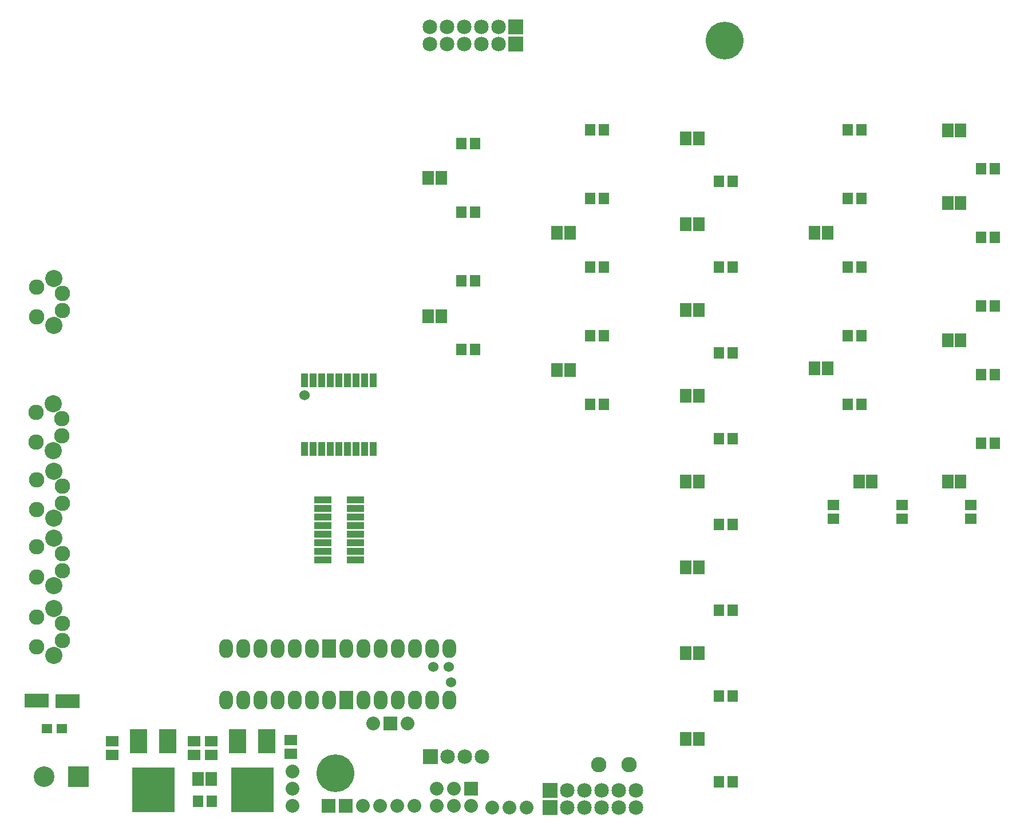
<source format=gbs>
G04 (created by PCBNEW-RS274X (2011-12-28 BZR 3254)-stable) date 7/11/2012 5:38:12 PM*
G01*
G70*
G90*
%MOIN*%
G04 Gerber Fmt 3.4, Leading zero omitted, Abs format*
%FSLAX34Y34*%
G04 APERTURE LIST*
%ADD10C,0.006000*%
%ADD11R,0.071200X0.079000*%
%ADD12R,0.060000X0.070000*%
%ADD13R,0.070000X0.060000*%
%ADD14C,0.080000*%
%ADD15R,0.080000X0.080000*%
%ADD16C,0.220000*%
%ADD17C,0.090000*%
%ADD18C,0.100000*%
%ADD19R,0.060000X0.055000*%
%ADD20R,0.042000X0.080000*%
%ADD21R,0.100000X0.044000*%
%ADD22C,0.085000*%
%ADD23R,0.085000X0.085000*%
%ADD24C,0.060000*%
%ADD25O,0.080000X0.110000*%
%ADD26R,0.080000X0.110000*%
%ADD27R,0.140000X0.084000*%
%ADD28R,0.076000X0.062000*%
%ADD29R,0.120000X0.120000*%
%ADD30C,0.120000*%
%ADD31R,0.248000X0.264000*%
%ADD32R,0.100000X0.140000*%
G04 APERTURE END LIST*
G54D10*
G54D11*
X69925Y-31750D03*
X69175Y-31750D03*
X54675Y-45000D03*
X53925Y-45000D03*
X54675Y-20000D03*
X53925Y-20000D03*
X54675Y-25000D03*
X53925Y-25000D03*
X54675Y-30000D03*
X53925Y-30000D03*
X54675Y-35000D03*
X53925Y-35000D03*
X54675Y-40000D03*
X53925Y-40000D03*
X54675Y-50000D03*
X53925Y-50000D03*
X54675Y-55000D03*
X53925Y-55000D03*
X64000Y-40000D03*
X64750Y-40000D03*
X69925Y-40000D03*
X69175Y-40000D03*
X69925Y-23750D03*
X69175Y-23750D03*
X69925Y-19525D03*
X69175Y-19525D03*
X62175Y-33400D03*
X61425Y-33400D03*
X62175Y-25500D03*
X61425Y-25500D03*
G54D12*
X55850Y-22500D03*
X56650Y-22500D03*
X64150Y-19500D03*
X63350Y-19500D03*
X71100Y-21750D03*
X71900Y-21750D03*
X71100Y-25750D03*
X71900Y-25750D03*
X71100Y-29750D03*
X71900Y-29750D03*
X71100Y-33750D03*
X71900Y-33750D03*
X71100Y-37750D03*
X71900Y-37750D03*
G54D13*
X70500Y-41350D03*
X70500Y-42150D03*
X66500Y-41350D03*
X66500Y-42150D03*
X62500Y-41350D03*
X62500Y-42150D03*
G54D12*
X55850Y-57500D03*
X56650Y-57500D03*
X55850Y-32500D03*
X56650Y-32500D03*
X55850Y-37500D03*
X56650Y-37500D03*
X48350Y-19500D03*
X49150Y-19500D03*
X55850Y-42500D03*
X56650Y-42500D03*
X55850Y-47500D03*
X56650Y-47500D03*
X55850Y-52500D03*
X56650Y-52500D03*
X55850Y-27500D03*
X56650Y-27500D03*
X63350Y-23500D03*
X64150Y-23500D03*
X63350Y-27500D03*
X64150Y-27500D03*
X63350Y-31500D03*
X64150Y-31500D03*
X63350Y-35500D03*
X64150Y-35500D03*
G54D11*
X39675Y-22300D03*
X38925Y-22300D03*
X47175Y-33500D03*
X46425Y-33500D03*
X47175Y-25500D03*
X46425Y-25500D03*
X39675Y-30350D03*
X38925Y-30350D03*
G54D12*
X40850Y-20300D03*
X41650Y-20300D03*
X40850Y-24300D03*
X41650Y-24300D03*
X40850Y-28300D03*
X41650Y-28300D03*
X40850Y-32300D03*
X41650Y-32300D03*
X48350Y-23500D03*
X49150Y-23500D03*
X48350Y-27500D03*
X49150Y-27500D03*
X48350Y-31500D03*
X49150Y-31500D03*
X48350Y-35500D03*
X49150Y-35500D03*
G54D14*
X35725Y-54100D03*
X37725Y-54100D03*
G54D15*
X36725Y-54100D03*
G54D16*
X33500Y-57000D03*
X56175Y-14275D03*
G54D17*
X16100Y-28650D03*
X16100Y-30400D03*
G54D18*
X17100Y-28150D03*
X17100Y-30900D03*
G54D17*
X17600Y-30025D03*
X17600Y-29025D03*
X16075Y-35950D03*
X16075Y-37700D03*
G54D18*
X17075Y-35450D03*
X17075Y-38200D03*
G54D17*
X17575Y-37325D03*
X17575Y-36325D03*
X16100Y-39875D03*
X16100Y-41625D03*
G54D18*
X17100Y-39375D03*
X17100Y-42125D03*
G54D17*
X17600Y-41250D03*
X17600Y-40250D03*
X16100Y-43800D03*
X16100Y-45550D03*
G54D18*
X17100Y-43300D03*
X17100Y-46050D03*
G54D17*
X17600Y-45175D03*
X17600Y-44175D03*
X16100Y-47875D03*
X16100Y-49625D03*
G54D18*
X17100Y-47375D03*
X17100Y-50125D03*
G54D17*
X17600Y-49250D03*
X17600Y-48250D03*
X50600Y-56500D03*
X48850Y-56500D03*
G54D19*
X17575Y-54375D03*
X16725Y-54375D03*
G54D20*
X35725Y-38075D03*
X35225Y-38075D03*
X34725Y-38075D03*
X34225Y-38075D03*
X33725Y-38075D03*
X33225Y-38075D03*
X32725Y-38075D03*
X32225Y-38075D03*
X32225Y-34075D03*
X32725Y-34075D03*
X33225Y-34075D03*
X33725Y-34075D03*
X34225Y-34075D03*
X34725Y-34075D03*
X35225Y-34075D03*
X35725Y-34075D03*
X31725Y-38075D03*
X31725Y-34075D03*
G54D21*
X32775Y-44550D03*
X32775Y-44050D03*
X32775Y-43550D03*
X32775Y-43050D03*
X32775Y-42550D03*
X32775Y-42050D03*
X32775Y-41550D03*
X32775Y-41050D03*
X34675Y-41050D03*
X34675Y-41550D03*
X34675Y-42050D03*
X34675Y-42550D03*
X34675Y-43050D03*
X34675Y-43550D03*
X34675Y-44050D03*
X34675Y-44550D03*
G54D11*
X25525Y-57325D03*
X26275Y-57325D03*
G54D22*
X42050Y-56025D03*
G54D23*
X39050Y-56025D03*
G54D22*
X40050Y-56025D03*
X41050Y-56025D03*
G54D12*
X25525Y-58625D03*
X26325Y-58625D03*
G54D24*
X31725Y-34950D03*
X40250Y-51675D03*
X40125Y-50775D03*
X39200Y-50775D03*
G54D14*
X39400Y-58875D03*
X39400Y-57875D03*
X40400Y-58875D03*
X40400Y-57875D03*
X41400Y-58875D03*
G54D15*
X41400Y-57875D03*
X33125Y-58900D03*
X34125Y-58900D03*
G54D14*
X35125Y-58900D03*
X36125Y-58900D03*
X37125Y-58900D03*
X38125Y-58900D03*
G54D25*
X28150Y-52725D03*
X29150Y-52725D03*
X30150Y-52725D03*
X31150Y-52725D03*
X32150Y-52725D03*
X33150Y-52725D03*
G54D26*
X34150Y-52725D03*
G54D25*
X35150Y-52725D03*
X36150Y-52725D03*
X37150Y-52725D03*
X38150Y-52725D03*
X39150Y-52725D03*
X40150Y-52725D03*
X27150Y-52725D03*
X40150Y-49725D03*
X39150Y-49725D03*
X38150Y-49725D03*
X37150Y-49725D03*
X36150Y-49725D03*
X35150Y-49725D03*
X34150Y-49725D03*
G54D26*
X33150Y-49725D03*
G54D25*
X32150Y-49725D03*
X31150Y-49725D03*
X30150Y-49725D03*
X29150Y-49725D03*
X28150Y-49725D03*
X27150Y-49725D03*
G54D27*
X17900Y-52775D03*
X16100Y-52750D03*
G54D28*
X26275Y-55125D03*
X26275Y-55925D03*
X30925Y-55850D03*
X30925Y-55050D03*
X25275Y-55125D03*
X25275Y-55925D03*
X20500Y-55125D03*
X20500Y-55925D03*
G54D29*
X18550Y-57200D03*
G54D30*
X16550Y-57200D03*
G54D23*
X46000Y-59000D03*
G54D22*
X47000Y-59000D03*
X48000Y-59000D03*
X49000Y-59000D03*
X50000Y-59000D03*
X51000Y-59000D03*
G54D23*
X46000Y-58000D03*
G54D22*
X47000Y-58000D03*
X48000Y-58000D03*
X49000Y-58000D03*
X50000Y-58000D03*
X51000Y-58000D03*
G54D23*
X44025Y-14500D03*
G54D22*
X43025Y-14500D03*
X42025Y-14500D03*
X41025Y-14500D03*
X40025Y-14500D03*
X39025Y-14500D03*
G54D23*
X44025Y-13500D03*
G54D22*
X43025Y-13500D03*
X42025Y-13500D03*
X41025Y-13500D03*
X40025Y-13500D03*
X39025Y-13500D03*
G54D14*
X31000Y-56875D03*
X31000Y-57875D03*
X31000Y-58875D03*
X44650Y-58975D03*
X43650Y-58975D03*
X42650Y-58975D03*
G54D31*
X22900Y-57950D03*
G54D32*
X23750Y-55125D03*
X22050Y-55125D03*
G54D31*
X28675Y-57950D03*
G54D32*
X29525Y-55125D03*
X27825Y-55125D03*
M02*

</source>
